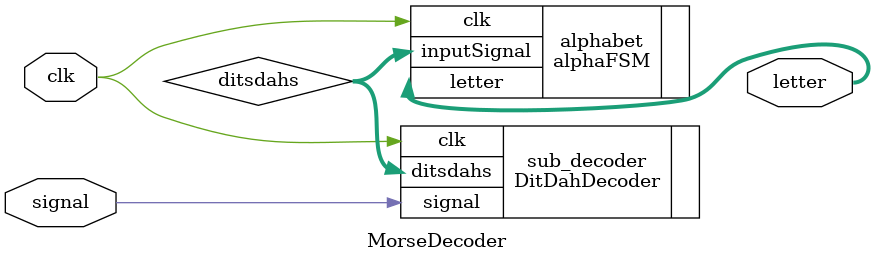
<source format=v>
`ifndef MORSE
`define MORSE

`include "DitDahDecoder.v"
`include "alphabetMachine.v"

module MorseDecoder
#(parameter WIDTH=27)
  (
    output [7:0] letter,
    input signal,
    input clk
  );

    wire [2:0] ditsdahs;

    // Instantiate translater from 1s and 0s to dits, dahs, spaces, and gaps
    DitDahDecoder #(WIDTH) sub_decoder(.ditsdahs(ditsdahs),
                                       .signal(signal),
                                       .clk(clk));

    alphaFSM alphabet(.letter(letter),
                      .inputSignal(ditsdahs),
                      .clk(clk));

endmodule // MorseDecoder
`endif

</source>
